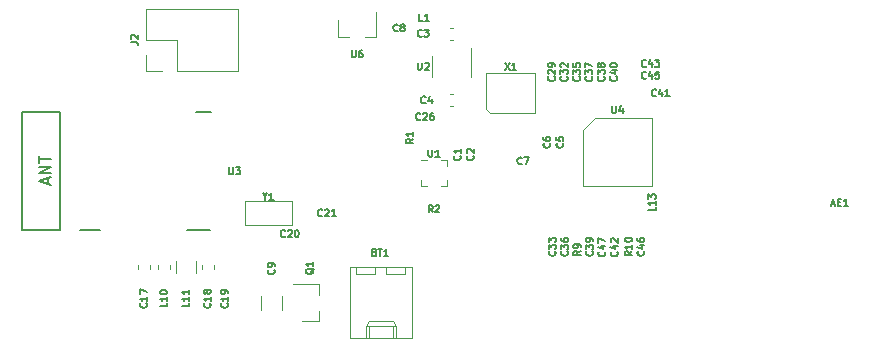
<source format=gto>
G04 #@! TF.GenerationSoftware,KiCad,Pcbnew,(5.1.4)-1*
G04 #@! TF.CreationDate,2019-11-11T11:41:27+05:30*
G04 #@! TF.ProjectId,senseEle_PCB_Antenna_rev1,73656e73-6545-46c6-955f-5043425f416e,rev?*
G04 #@! TF.SameCoordinates,Original*
G04 #@! TF.FileFunction,Legend,Top*
G04 #@! TF.FilePolarity,Positive*
%FSLAX46Y46*%
G04 Gerber Fmt 4.6, Leading zero omitted, Abs format (unit mm)*
G04 Created by KiCad (PCBNEW (5.1.4)-1) date 2019-11-11 11:41:27*
%MOMM*%
%LPD*%
G04 APERTURE LIST*
%ADD10C,0.120000*%
%ADD11C,0.150000*%
G04 APERTURE END LIST*
D10*
X25500000Y-27400000D02*
X25500000Y-29400000D01*
X29500000Y-27400000D02*
X25500000Y-27400000D01*
X29500000Y-29400000D02*
X29500000Y-27400000D01*
X25500000Y-29400000D02*
X29500000Y-29400000D01*
X46300000Y-19950000D02*
X50100000Y-19950000D01*
X45900000Y-19550000D02*
X46300000Y-19950000D01*
X45900000Y-16550000D02*
X45900000Y-19550000D01*
X50100000Y-16550000D02*
X45900000Y-16550000D01*
X50100000Y-19950000D02*
X50100000Y-16550000D01*
X33420000Y-13510000D02*
X33420000Y-12050000D01*
X36580000Y-13510000D02*
X36580000Y-11350000D01*
X36580000Y-13510000D02*
X35650000Y-13510000D01*
X33420000Y-13510000D02*
X34350000Y-13510000D01*
X55150000Y-20350000D02*
X54150000Y-21350000D01*
X59950000Y-20350000D02*
X55150000Y-20350000D01*
X59950000Y-26150000D02*
X59950000Y-20350000D01*
X54150000Y-26150000D02*
X59950000Y-26150000D01*
X54150000Y-21350000D02*
X54150000Y-26150000D01*
D11*
X6600400Y-19846200D02*
X9851600Y-19846200D01*
X22602400Y-19846200D02*
X21332400Y-19846200D01*
X22577000Y-29853800D02*
X20646600Y-29853800D01*
X6600400Y-29853800D02*
X9851600Y-29853800D01*
X13280600Y-29853800D02*
X11528000Y-29853800D01*
X6600000Y-29850000D02*
X6600000Y-19850000D01*
X9850000Y-19850000D02*
X9850000Y-29850000D01*
D10*
X31760000Y-37580000D02*
X30300000Y-37580000D01*
X31760000Y-34420000D02*
X29600000Y-34420000D01*
X31760000Y-34420000D02*
X31760000Y-35350000D01*
X31760000Y-37580000D02*
X31760000Y-36650000D01*
X21350000Y-33500000D02*
X21350000Y-32500000D01*
X19650000Y-32500000D02*
X19650000Y-33500000D01*
X18140000Y-32837221D02*
X18140000Y-33162779D01*
X19160000Y-32837221D02*
X19160000Y-33162779D01*
X21840000Y-32837221D02*
X21840000Y-33162779D01*
X22860000Y-32837221D02*
X22860000Y-33162779D01*
X16440000Y-32837221D02*
X16440000Y-33162779D01*
X17460000Y-32837221D02*
X17460000Y-33162779D01*
X28660000Y-36602064D02*
X28660000Y-35397936D01*
X26840000Y-36602064D02*
X26840000Y-35397936D01*
X42837221Y-19360000D02*
X43162779Y-19360000D01*
X42837221Y-18340000D02*
X43162779Y-18340000D01*
X42837221Y-13710000D02*
X43162779Y-13710000D01*
X42837221Y-12690000D02*
X43162779Y-12690000D01*
X34380000Y-32980000D02*
X34380000Y-38980000D01*
X34380000Y-38980000D02*
X39660000Y-38980000D01*
X39660000Y-38980000D02*
X39660000Y-32980000D01*
X39660000Y-32980000D02*
X34380000Y-32980000D01*
X35750000Y-38980000D02*
X35750000Y-37980000D01*
X35750000Y-37980000D02*
X38290000Y-37980000D01*
X38290000Y-37980000D02*
X38290000Y-38980000D01*
X35750000Y-37980000D02*
X36000000Y-37550000D01*
X36000000Y-37550000D02*
X38040000Y-37550000D01*
X38040000Y-37550000D02*
X38290000Y-37980000D01*
X36000000Y-38980000D02*
X36000000Y-37980000D01*
X38040000Y-38980000D02*
X38040000Y-37980000D01*
X34950000Y-32980000D02*
X34950000Y-33600000D01*
X34950000Y-33600000D02*
X36550000Y-33600000D01*
X36550000Y-33600000D02*
X36550000Y-32980000D01*
X37490000Y-32980000D02*
X37490000Y-33600000D01*
X37490000Y-33600000D02*
X39090000Y-33600000D01*
X39090000Y-33600000D02*
X39090000Y-32980000D01*
X41390000Y-15100000D02*
X41390000Y-16900000D01*
X44610000Y-16900000D02*
X44610000Y-14450000D01*
X24910000Y-16330000D02*
X24910000Y-11130000D01*
X19770000Y-16330000D02*
X24910000Y-16330000D01*
X17170000Y-11130000D02*
X24910000Y-11130000D01*
X19770000Y-16330000D02*
X19770000Y-13730000D01*
X19770000Y-13730000D02*
X17170000Y-13730000D01*
X17170000Y-13730000D02*
X17170000Y-11130000D01*
X18500000Y-16330000D02*
X17170000Y-16330000D01*
X17170000Y-16330000D02*
X17170000Y-15000000D01*
X42100000Y-23900000D02*
X42600000Y-23900000D01*
X42600000Y-23900000D02*
X42600000Y-24400000D01*
X42600000Y-24400000D02*
X42600000Y-24400000D01*
X42600000Y-25600000D02*
X42600000Y-26100000D01*
X42600000Y-26100000D02*
X42100000Y-26100000D01*
X42100000Y-26100000D02*
X42100000Y-26100000D01*
X40900000Y-26100000D02*
X40400000Y-26100000D01*
X40400000Y-26100000D02*
X40400000Y-25600000D01*
X40400000Y-25600000D02*
X40400000Y-25600000D01*
X40900000Y-23900000D02*
X40400000Y-23900000D01*
X40400000Y-23900000D02*
X40400000Y-23900000D01*
D11*
X51714285Y-16835714D02*
X51742857Y-16864285D01*
X51771428Y-16950000D01*
X51771428Y-17007142D01*
X51742857Y-17092857D01*
X51685714Y-17150000D01*
X51628571Y-17178571D01*
X51514285Y-17207142D01*
X51428571Y-17207142D01*
X51314285Y-17178571D01*
X51257142Y-17150000D01*
X51200000Y-17092857D01*
X51171428Y-17007142D01*
X51171428Y-16950000D01*
X51200000Y-16864285D01*
X51228571Y-16835714D01*
X51228571Y-16607142D02*
X51200000Y-16578571D01*
X51171428Y-16521428D01*
X51171428Y-16378571D01*
X51200000Y-16321428D01*
X51228571Y-16292857D01*
X51285714Y-16264285D01*
X51342857Y-16264285D01*
X51428571Y-16292857D01*
X51771428Y-16635714D01*
X51771428Y-16264285D01*
X51771428Y-15978571D02*
X51771428Y-15864285D01*
X51742857Y-15807142D01*
X51714285Y-15778571D01*
X51628571Y-15721428D01*
X51514285Y-15692857D01*
X51285714Y-15692857D01*
X51228571Y-15721428D01*
X51200000Y-15750000D01*
X51171428Y-15807142D01*
X51171428Y-15921428D01*
X51200000Y-15978571D01*
X51228571Y-16007142D01*
X51285714Y-16035714D01*
X51428571Y-16035714D01*
X51485714Y-16007142D01*
X51514285Y-15978571D01*
X51542857Y-15921428D01*
X51542857Y-15807142D01*
X51514285Y-15750000D01*
X51485714Y-15721428D01*
X51428571Y-15692857D01*
X55914285Y-16835714D02*
X55942857Y-16864285D01*
X55971428Y-16950000D01*
X55971428Y-17007142D01*
X55942857Y-17092857D01*
X55885714Y-17150000D01*
X55828571Y-17178571D01*
X55714285Y-17207142D01*
X55628571Y-17207142D01*
X55514285Y-17178571D01*
X55457142Y-17150000D01*
X55400000Y-17092857D01*
X55371428Y-17007142D01*
X55371428Y-16950000D01*
X55400000Y-16864285D01*
X55428571Y-16835714D01*
X55371428Y-16635714D02*
X55371428Y-16264285D01*
X55600000Y-16464285D01*
X55600000Y-16378571D01*
X55628571Y-16321428D01*
X55657142Y-16292857D01*
X55714285Y-16264285D01*
X55857142Y-16264285D01*
X55914285Y-16292857D01*
X55942857Y-16321428D01*
X55971428Y-16378571D01*
X55971428Y-16550000D01*
X55942857Y-16607142D01*
X55914285Y-16635714D01*
X55628571Y-15921428D02*
X55600000Y-15978571D01*
X55571428Y-16007142D01*
X55514285Y-16035714D01*
X55485714Y-16035714D01*
X55428571Y-16007142D01*
X55400000Y-15978571D01*
X55371428Y-15921428D01*
X55371428Y-15807142D01*
X55400000Y-15750000D01*
X55428571Y-15721428D01*
X55485714Y-15692857D01*
X55514285Y-15692857D01*
X55571428Y-15721428D01*
X55600000Y-15750000D01*
X55628571Y-15807142D01*
X55628571Y-15921428D01*
X55657142Y-15978571D01*
X55685714Y-16007142D01*
X55742857Y-16035714D01*
X55857142Y-16035714D01*
X55914285Y-16007142D01*
X55942857Y-15978571D01*
X55971428Y-15921428D01*
X55971428Y-15807142D01*
X55942857Y-15750000D01*
X55914285Y-15721428D01*
X55857142Y-15692857D01*
X55742857Y-15692857D01*
X55685714Y-15721428D01*
X55657142Y-15750000D01*
X55628571Y-15807142D01*
X54864285Y-16835714D02*
X54892857Y-16864285D01*
X54921428Y-16950000D01*
X54921428Y-17007142D01*
X54892857Y-17092857D01*
X54835714Y-17150000D01*
X54778571Y-17178571D01*
X54664285Y-17207142D01*
X54578571Y-17207142D01*
X54464285Y-17178571D01*
X54407142Y-17150000D01*
X54350000Y-17092857D01*
X54321428Y-17007142D01*
X54321428Y-16950000D01*
X54350000Y-16864285D01*
X54378571Y-16835714D01*
X54321428Y-16635714D02*
X54321428Y-16264285D01*
X54550000Y-16464285D01*
X54550000Y-16378571D01*
X54578571Y-16321428D01*
X54607142Y-16292857D01*
X54664285Y-16264285D01*
X54807142Y-16264285D01*
X54864285Y-16292857D01*
X54892857Y-16321428D01*
X54921428Y-16378571D01*
X54921428Y-16550000D01*
X54892857Y-16607142D01*
X54864285Y-16635714D01*
X54321428Y-16064285D02*
X54321428Y-15664285D01*
X54921428Y-15921428D01*
X52764285Y-16835714D02*
X52792857Y-16864285D01*
X52821428Y-16950000D01*
X52821428Y-17007142D01*
X52792857Y-17092857D01*
X52735714Y-17150000D01*
X52678571Y-17178571D01*
X52564285Y-17207142D01*
X52478571Y-17207142D01*
X52364285Y-17178571D01*
X52307142Y-17150000D01*
X52250000Y-17092857D01*
X52221428Y-17007142D01*
X52221428Y-16950000D01*
X52250000Y-16864285D01*
X52278571Y-16835714D01*
X52221428Y-16635714D02*
X52221428Y-16264285D01*
X52450000Y-16464285D01*
X52450000Y-16378571D01*
X52478571Y-16321428D01*
X52507142Y-16292857D01*
X52564285Y-16264285D01*
X52707142Y-16264285D01*
X52764285Y-16292857D01*
X52792857Y-16321428D01*
X52821428Y-16378571D01*
X52821428Y-16550000D01*
X52792857Y-16607142D01*
X52764285Y-16635714D01*
X52278571Y-16035714D02*
X52250000Y-16007142D01*
X52221428Y-15950000D01*
X52221428Y-15807142D01*
X52250000Y-15750000D01*
X52278571Y-15721428D01*
X52335714Y-15692857D01*
X52392857Y-15692857D01*
X52478571Y-15721428D01*
X52821428Y-16064285D01*
X52821428Y-15692857D01*
X53814285Y-16835714D02*
X53842857Y-16864285D01*
X53871428Y-16950000D01*
X53871428Y-17007142D01*
X53842857Y-17092857D01*
X53785714Y-17150000D01*
X53728571Y-17178571D01*
X53614285Y-17207142D01*
X53528571Y-17207142D01*
X53414285Y-17178571D01*
X53357142Y-17150000D01*
X53300000Y-17092857D01*
X53271428Y-17007142D01*
X53271428Y-16950000D01*
X53300000Y-16864285D01*
X53328571Y-16835714D01*
X53271428Y-16635714D02*
X53271428Y-16264285D01*
X53500000Y-16464285D01*
X53500000Y-16378571D01*
X53528571Y-16321428D01*
X53557142Y-16292857D01*
X53614285Y-16264285D01*
X53757142Y-16264285D01*
X53814285Y-16292857D01*
X53842857Y-16321428D01*
X53871428Y-16378571D01*
X53871428Y-16550000D01*
X53842857Y-16607142D01*
X53814285Y-16635714D01*
X53271428Y-15721428D02*
X53271428Y-16007142D01*
X53557142Y-16035714D01*
X53528571Y-16007142D01*
X53500000Y-15950000D01*
X53500000Y-15807142D01*
X53528571Y-15750000D01*
X53557142Y-15721428D01*
X53614285Y-15692857D01*
X53757142Y-15692857D01*
X53814285Y-15721428D01*
X53842857Y-15750000D01*
X53871428Y-15807142D01*
X53871428Y-15950000D01*
X53842857Y-16007142D01*
X53814285Y-16035714D01*
X27214285Y-26985714D02*
X27214285Y-27271428D01*
X27014285Y-26671428D02*
X27214285Y-26985714D01*
X27414285Y-26671428D01*
X27928571Y-27271428D02*
X27585714Y-27271428D01*
X27757142Y-27271428D02*
X27757142Y-26671428D01*
X27700000Y-26757142D01*
X27642857Y-26814285D01*
X27585714Y-26842857D01*
X47514285Y-15721428D02*
X47914285Y-16321428D01*
X47914285Y-15721428D02*
X47514285Y-16321428D01*
X48457142Y-16321428D02*
X48114285Y-16321428D01*
X48285714Y-16321428D02*
X48285714Y-15721428D01*
X48228571Y-15807142D01*
X48171428Y-15864285D01*
X48114285Y-15892857D01*
X34542857Y-14621428D02*
X34542857Y-15107142D01*
X34571428Y-15164285D01*
X34600000Y-15192857D01*
X34657142Y-15221428D01*
X34771428Y-15221428D01*
X34828571Y-15192857D01*
X34857142Y-15164285D01*
X34885714Y-15107142D01*
X34885714Y-14621428D01*
X35428571Y-14621428D02*
X35314285Y-14621428D01*
X35257142Y-14650000D01*
X35228571Y-14678571D01*
X35171428Y-14764285D01*
X35142857Y-14878571D01*
X35142857Y-15107142D01*
X35171428Y-15164285D01*
X35200000Y-15192857D01*
X35257142Y-15221428D01*
X35371428Y-15221428D01*
X35428571Y-15192857D01*
X35457142Y-15164285D01*
X35485714Y-15107142D01*
X35485714Y-14964285D01*
X35457142Y-14907142D01*
X35428571Y-14878571D01*
X35371428Y-14850000D01*
X35257142Y-14850000D01*
X35200000Y-14878571D01*
X35171428Y-14907142D01*
X35142857Y-14964285D01*
X56592857Y-19321428D02*
X56592857Y-19807142D01*
X56621428Y-19864285D01*
X56650000Y-19892857D01*
X56707142Y-19921428D01*
X56821428Y-19921428D01*
X56878571Y-19892857D01*
X56907142Y-19864285D01*
X56935714Y-19807142D01*
X56935714Y-19321428D01*
X57478571Y-19521428D02*
X57478571Y-19921428D01*
X57335714Y-19292857D02*
X57192857Y-19721428D01*
X57564285Y-19721428D01*
X24142857Y-24521428D02*
X24142857Y-25007142D01*
X24171428Y-25064285D01*
X24200000Y-25092857D01*
X24257142Y-25121428D01*
X24371428Y-25121428D01*
X24428571Y-25092857D01*
X24457142Y-25064285D01*
X24485714Y-25007142D01*
X24485714Y-24521428D01*
X24714285Y-24521428D02*
X25085714Y-24521428D01*
X24885714Y-24750000D01*
X24971428Y-24750000D01*
X25028571Y-24778571D01*
X25057142Y-24807142D01*
X25085714Y-24864285D01*
X25085714Y-25007142D01*
X25057142Y-25064285D01*
X25028571Y-25092857D01*
X24971428Y-25121428D01*
X24800000Y-25121428D01*
X24742857Y-25092857D01*
X24714285Y-25064285D01*
X8816666Y-25942857D02*
X8816666Y-25466666D01*
X9102380Y-26038095D02*
X8102380Y-25704761D01*
X9102380Y-25371428D01*
X9102380Y-25038095D02*
X8102380Y-25038095D01*
X9102380Y-24466666D01*
X8102380Y-24466666D01*
X8102380Y-24133333D02*
X8102380Y-23561904D01*
X9102380Y-23847619D02*
X8102380Y-23847619D01*
X58271428Y-31635714D02*
X57985714Y-31835714D01*
X58271428Y-31978571D02*
X57671428Y-31978571D01*
X57671428Y-31750000D01*
X57700000Y-31692857D01*
X57728571Y-31664285D01*
X57785714Y-31635714D01*
X57871428Y-31635714D01*
X57928571Y-31664285D01*
X57957142Y-31692857D01*
X57985714Y-31750000D01*
X57985714Y-31978571D01*
X58271428Y-31064285D02*
X58271428Y-31407142D01*
X58271428Y-31235714D02*
X57671428Y-31235714D01*
X57757142Y-31292857D01*
X57814285Y-31350000D01*
X57842857Y-31407142D01*
X57671428Y-30692857D02*
X57671428Y-30635714D01*
X57700000Y-30578571D01*
X57728571Y-30550000D01*
X57785714Y-30521428D01*
X57900000Y-30492857D01*
X58042857Y-30492857D01*
X58157142Y-30521428D01*
X58214285Y-30550000D01*
X58242857Y-30578571D01*
X58271428Y-30635714D01*
X58271428Y-30692857D01*
X58242857Y-30750000D01*
X58214285Y-30778571D01*
X58157142Y-30807142D01*
X58042857Y-30835714D01*
X57900000Y-30835714D01*
X57785714Y-30807142D01*
X57728571Y-30778571D01*
X57700000Y-30750000D01*
X57671428Y-30692857D01*
X53921428Y-31600000D02*
X53635714Y-31800000D01*
X53921428Y-31942857D02*
X53321428Y-31942857D01*
X53321428Y-31714285D01*
X53350000Y-31657142D01*
X53378571Y-31628571D01*
X53435714Y-31600000D01*
X53521428Y-31600000D01*
X53578571Y-31628571D01*
X53607142Y-31657142D01*
X53635714Y-31714285D01*
X53635714Y-31942857D01*
X53921428Y-31314285D02*
X53921428Y-31200000D01*
X53892857Y-31142857D01*
X53864285Y-31114285D01*
X53778571Y-31057142D01*
X53664285Y-31028571D01*
X53435714Y-31028571D01*
X53378571Y-31057142D01*
X53350000Y-31085714D01*
X53321428Y-31142857D01*
X53321428Y-31257142D01*
X53350000Y-31314285D01*
X53378571Y-31342857D01*
X53435714Y-31371428D01*
X53578571Y-31371428D01*
X53635714Y-31342857D01*
X53664285Y-31314285D01*
X53692857Y-31257142D01*
X53692857Y-31142857D01*
X53664285Y-31085714D01*
X53635714Y-31057142D01*
X53578571Y-31028571D01*
X41400000Y-28341428D02*
X41200000Y-28055714D01*
X41057142Y-28341428D02*
X41057142Y-27741428D01*
X41285714Y-27741428D01*
X41342857Y-27770000D01*
X41371428Y-27798571D01*
X41400000Y-27855714D01*
X41400000Y-27941428D01*
X41371428Y-27998571D01*
X41342857Y-28027142D01*
X41285714Y-28055714D01*
X41057142Y-28055714D01*
X41628571Y-27798571D02*
X41657142Y-27770000D01*
X41714285Y-27741428D01*
X41857142Y-27741428D01*
X41914285Y-27770000D01*
X41942857Y-27798571D01*
X41971428Y-27855714D01*
X41971428Y-27912857D01*
X41942857Y-27998571D01*
X41600000Y-28341428D01*
X41971428Y-28341428D01*
X39771428Y-22100000D02*
X39485714Y-22300000D01*
X39771428Y-22442857D02*
X39171428Y-22442857D01*
X39171428Y-22214285D01*
X39200000Y-22157142D01*
X39228571Y-22128571D01*
X39285714Y-22100000D01*
X39371428Y-22100000D01*
X39428571Y-22128571D01*
X39457142Y-22157142D01*
X39485714Y-22214285D01*
X39485714Y-22442857D01*
X39771428Y-21528571D02*
X39771428Y-21871428D01*
X39771428Y-21700000D02*
X39171428Y-21700000D01*
X39257142Y-21757142D01*
X39314285Y-21814285D01*
X39342857Y-21871428D01*
X31328571Y-33107142D02*
X31300000Y-33164285D01*
X31242857Y-33221428D01*
X31157142Y-33307142D01*
X31128571Y-33364285D01*
X31128571Y-33421428D01*
X31271428Y-33392857D02*
X31242857Y-33450000D01*
X31185714Y-33507142D01*
X31071428Y-33535714D01*
X30871428Y-33535714D01*
X30757142Y-33507142D01*
X30700000Y-33450000D01*
X30671428Y-33392857D01*
X30671428Y-33278571D01*
X30700000Y-33221428D01*
X30757142Y-33164285D01*
X30871428Y-33135714D01*
X31071428Y-33135714D01*
X31185714Y-33164285D01*
X31242857Y-33221428D01*
X31271428Y-33278571D01*
X31271428Y-33392857D01*
X31271428Y-32564285D02*
X31271428Y-32907142D01*
X31271428Y-32735714D02*
X30671428Y-32735714D01*
X30757142Y-32792857D01*
X30814285Y-32850000D01*
X30842857Y-32907142D01*
X20771428Y-35985714D02*
X20771428Y-36271428D01*
X20171428Y-36271428D01*
X20771428Y-35471428D02*
X20771428Y-35814285D01*
X20771428Y-35642857D02*
X20171428Y-35642857D01*
X20257142Y-35700000D01*
X20314285Y-35757142D01*
X20342857Y-35814285D01*
X20771428Y-34900000D02*
X20771428Y-35242857D01*
X20771428Y-35071428D02*
X20171428Y-35071428D01*
X20257142Y-35128571D01*
X20314285Y-35185714D01*
X20342857Y-35242857D01*
X18921428Y-35985714D02*
X18921428Y-36271428D01*
X18321428Y-36271428D01*
X18921428Y-35471428D02*
X18921428Y-35814285D01*
X18921428Y-35642857D02*
X18321428Y-35642857D01*
X18407142Y-35700000D01*
X18464285Y-35757142D01*
X18492857Y-35814285D01*
X18321428Y-35100000D02*
X18321428Y-35042857D01*
X18350000Y-34985714D01*
X18378571Y-34957142D01*
X18435714Y-34928571D01*
X18550000Y-34900000D01*
X18692857Y-34900000D01*
X18807142Y-34928571D01*
X18864285Y-34957142D01*
X18892857Y-34985714D01*
X18921428Y-35042857D01*
X18921428Y-35100000D01*
X18892857Y-35157142D01*
X18864285Y-35185714D01*
X18807142Y-35214285D01*
X18692857Y-35242857D01*
X18550000Y-35242857D01*
X18435714Y-35214285D01*
X18378571Y-35185714D01*
X18350000Y-35157142D01*
X18321428Y-35100000D01*
X55964285Y-31685714D02*
X55992857Y-31714285D01*
X56021428Y-31800000D01*
X56021428Y-31857142D01*
X55992857Y-31942857D01*
X55935714Y-32000000D01*
X55878571Y-32028571D01*
X55764285Y-32057142D01*
X55678571Y-32057142D01*
X55564285Y-32028571D01*
X55507142Y-32000000D01*
X55450000Y-31942857D01*
X55421428Y-31857142D01*
X55421428Y-31800000D01*
X55450000Y-31714285D01*
X55478571Y-31685714D01*
X55621428Y-31171428D02*
X56021428Y-31171428D01*
X55392857Y-31314285D02*
X55821428Y-31457142D01*
X55821428Y-31085714D01*
X55421428Y-30914285D02*
X55421428Y-30514285D01*
X56021428Y-30771428D01*
X59264285Y-31635714D02*
X59292857Y-31664285D01*
X59321428Y-31750000D01*
X59321428Y-31807142D01*
X59292857Y-31892857D01*
X59235714Y-31950000D01*
X59178571Y-31978571D01*
X59064285Y-32007142D01*
X58978571Y-32007142D01*
X58864285Y-31978571D01*
X58807142Y-31950000D01*
X58750000Y-31892857D01*
X58721428Y-31807142D01*
X58721428Y-31750000D01*
X58750000Y-31664285D01*
X58778571Y-31635714D01*
X58921428Y-31121428D02*
X59321428Y-31121428D01*
X58692857Y-31264285D02*
X59121428Y-31407142D01*
X59121428Y-31035714D01*
X58721428Y-30550000D02*
X58721428Y-30664285D01*
X58750000Y-30721428D01*
X58778571Y-30750000D01*
X58864285Y-30807142D01*
X58978571Y-30835714D01*
X59207142Y-30835714D01*
X59264285Y-30807142D01*
X59292857Y-30778571D01*
X59321428Y-30721428D01*
X59321428Y-30607142D01*
X59292857Y-30550000D01*
X59264285Y-30521428D01*
X59207142Y-30492857D01*
X59064285Y-30492857D01*
X59007142Y-30521428D01*
X58978571Y-30550000D01*
X58950000Y-30607142D01*
X58950000Y-30721428D01*
X58978571Y-30778571D01*
X59007142Y-30807142D01*
X59064285Y-30835714D01*
X59464285Y-16964285D02*
X59435714Y-16992857D01*
X59350000Y-17021428D01*
X59292857Y-17021428D01*
X59207142Y-16992857D01*
X59150000Y-16935714D01*
X59121428Y-16878571D01*
X59092857Y-16764285D01*
X59092857Y-16678571D01*
X59121428Y-16564285D01*
X59150000Y-16507142D01*
X59207142Y-16450000D01*
X59292857Y-16421428D01*
X59350000Y-16421428D01*
X59435714Y-16450000D01*
X59464285Y-16478571D01*
X59978571Y-16621428D02*
X59978571Y-17021428D01*
X59835714Y-16392857D02*
X59692857Y-16821428D01*
X60064285Y-16821428D01*
X60578571Y-16421428D02*
X60292857Y-16421428D01*
X60264285Y-16707142D01*
X60292857Y-16678571D01*
X60350000Y-16650000D01*
X60492857Y-16650000D01*
X60550000Y-16678571D01*
X60578571Y-16707142D01*
X60607142Y-16764285D01*
X60607142Y-16907142D01*
X60578571Y-16964285D01*
X60550000Y-16992857D01*
X60492857Y-17021428D01*
X60350000Y-17021428D01*
X60292857Y-16992857D01*
X60264285Y-16964285D01*
X59464285Y-15964285D02*
X59435714Y-15992857D01*
X59350000Y-16021428D01*
X59292857Y-16021428D01*
X59207142Y-15992857D01*
X59150000Y-15935714D01*
X59121428Y-15878571D01*
X59092857Y-15764285D01*
X59092857Y-15678571D01*
X59121428Y-15564285D01*
X59150000Y-15507142D01*
X59207142Y-15450000D01*
X59292857Y-15421428D01*
X59350000Y-15421428D01*
X59435714Y-15450000D01*
X59464285Y-15478571D01*
X59978571Y-15621428D02*
X59978571Y-16021428D01*
X59835714Y-15392857D02*
X59692857Y-15821428D01*
X60064285Y-15821428D01*
X60235714Y-15421428D02*
X60607142Y-15421428D01*
X60407142Y-15650000D01*
X60492857Y-15650000D01*
X60550000Y-15678571D01*
X60578571Y-15707142D01*
X60607142Y-15764285D01*
X60607142Y-15907142D01*
X60578571Y-15964285D01*
X60550000Y-15992857D01*
X60492857Y-16021428D01*
X60321428Y-16021428D01*
X60264285Y-15992857D01*
X60235714Y-15964285D01*
X57014285Y-31685714D02*
X57042857Y-31714285D01*
X57071428Y-31800000D01*
X57071428Y-31857142D01*
X57042857Y-31942857D01*
X56985714Y-32000000D01*
X56928571Y-32028571D01*
X56814285Y-32057142D01*
X56728571Y-32057142D01*
X56614285Y-32028571D01*
X56557142Y-32000000D01*
X56500000Y-31942857D01*
X56471428Y-31857142D01*
X56471428Y-31800000D01*
X56500000Y-31714285D01*
X56528571Y-31685714D01*
X56671428Y-31171428D02*
X57071428Y-31171428D01*
X56442857Y-31314285D02*
X56871428Y-31457142D01*
X56871428Y-31085714D01*
X56528571Y-30885714D02*
X56500000Y-30857142D01*
X56471428Y-30800000D01*
X56471428Y-30657142D01*
X56500000Y-30600000D01*
X56528571Y-30571428D01*
X56585714Y-30542857D01*
X56642857Y-30542857D01*
X56728571Y-30571428D01*
X57071428Y-30914285D01*
X57071428Y-30542857D01*
X60314285Y-18464285D02*
X60285714Y-18492857D01*
X60200000Y-18521428D01*
X60142857Y-18521428D01*
X60057142Y-18492857D01*
X60000000Y-18435714D01*
X59971428Y-18378571D01*
X59942857Y-18264285D01*
X59942857Y-18178571D01*
X59971428Y-18064285D01*
X60000000Y-18007142D01*
X60057142Y-17950000D01*
X60142857Y-17921428D01*
X60200000Y-17921428D01*
X60285714Y-17950000D01*
X60314285Y-17978571D01*
X60828571Y-18121428D02*
X60828571Y-18521428D01*
X60685714Y-17892857D02*
X60542857Y-18321428D01*
X60914285Y-18321428D01*
X61457142Y-18521428D02*
X61114285Y-18521428D01*
X61285714Y-18521428D02*
X61285714Y-17921428D01*
X61228571Y-18007142D01*
X61171428Y-18064285D01*
X61114285Y-18092857D01*
X56964285Y-16835714D02*
X56992857Y-16864285D01*
X57021428Y-16950000D01*
X57021428Y-17007142D01*
X56992857Y-17092857D01*
X56935714Y-17150000D01*
X56878571Y-17178571D01*
X56764285Y-17207142D01*
X56678571Y-17207142D01*
X56564285Y-17178571D01*
X56507142Y-17150000D01*
X56450000Y-17092857D01*
X56421428Y-17007142D01*
X56421428Y-16950000D01*
X56450000Y-16864285D01*
X56478571Y-16835714D01*
X56621428Y-16321428D02*
X57021428Y-16321428D01*
X56392857Y-16464285D02*
X56821428Y-16607142D01*
X56821428Y-16235714D01*
X56421428Y-15892857D02*
X56421428Y-15835714D01*
X56450000Y-15778571D01*
X56478571Y-15750000D01*
X56535714Y-15721428D01*
X56650000Y-15692857D01*
X56792857Y-15692857D01*
X56907142Y-15721428D01*
X56964285Y-15750000D01*
X56992857Y-15778571D01*
X57021428Y-15835714D01*
X57021428Y-15892857D01*
X56992857Y-15950000D01*
X56964285Y-15978571D01*
X56907142Y-16007142D01*
X56792857Y-16035714D01*
X56650000Y-16035714D01*
X56535714Y-16007142D01*
X56478571Y-15978571D01*
X56450000Y-15950000D01*
X56421428Y-15892857D01*
X54914285Y-31635714D02*
X54942857Y-31664285D01*
X54971428Y-31750000D01*
X54971428Y-31807142D01*
X54942857Y-31892857D01*
X54885714Y-31950000D01*
X54828571Y-31978571D01*
X54714285Y-32007142D01*
X54628571Y-32007142D01*
X54514285Y-31978571D01*
X54457142Y-31950000D01*
X54400000Y-31892857D01*
X54371428Y-31807142D01*
X54371428Y-31750000D01*
X54400000Y-31664285D01*
X54428571Y-31635714D01*
X54371428Y-31435714D02*
X54371428Y-31064285D01*
X54600000Y-31264285D01*
X54600000Y-31178571D01*
X54628571Y-31121428D01*
X54657142Y-31092857D01*
X54714285Y-31064285D01*
X54857142Y-31064285D01*
X54914285Y-31092857D01*
X54942857Y-31121428D01*
X54971428Y-31178571D01*
X54971428Y-31350000D01*
X54942857Y-31407142D01*
X54914285Y-31435714D01*
X54971428Y-30778571D02*
X54971428Y-30664285D01*
X54942857Y-30607142D01*
X54914285Y-30578571D01*
X54828571Y-30521428D01*
X54714285Y-30492857D01*
X54485714Y-30492857D01*
X54428571Y-30521428D01*
X54400000Y-30550000D01*
X54371428Y-30607142D01*
X54371428Y-30721428D01*
X54400000Y-30778571D01*
X54428571Y-30807142D01*
X54485714Y-30835714D01*
X54628571Y-30835714D01*
X54685714Y-30807142D01*
X54714285Y-30778571D01*
X54742857Y-30721428D01*
X54742857Y-30607142D01*
X54714285Y-30550000D01*
X54685714Y-30521428D01*
X54628571Y-30492857D01*
X52814285Y-31635714D02*
X52842857Y-31664285D01*
X52871428Y-31750000D01*
X52871428Y-31807142D01*
X52842857Y-31892857D01*
X52785714Y-31950000D01*
X52728571Y-31978571D01*
X52614285Y-32007142D01*
X52528571Y-32007142D01*
X52414285Y-31978571D01*
X52357142Y-31950000D01*
X52300000Y-31892857D01*
X52271428Y-31807142D01*
X52271428Y-31750000D01*
X52300000Y-31664285D01*
X52328571Y-31635714D01*
X52271428Y-31435714D02*
X52271428Y-31064285D01*
X52500000Y-31264285D01*
X52500000Y-31178571D01*
X52528571Y-31121428D01*
X52557142Y-31092857D01*
X52614285Y-31064285D01*
X52757142Y-31064285D01*
X52814285Y-31092857D01*
X52842857Y-31121428D01*
X52871428Y-31178571D01*
X52871428Y-31350000D01*
X52842857Y-31407142D01*
X52814285Y-31435714D01*
X52271428Y-30550000D02*
X52271428Y-30664285D01*
X52300000Y-30721428D01*
X52328571Y-30750000D01*
X52414285Y-30807142D01*
X52528571Y-30835714D01*
X52757142Y-30835714D01*
X52814285Y-30807142D01*
X52842857Y-30778571D01*
X52871428Y-30721428D01*
X52871428Y-30607142D01*
X52842857Y-30550000D01*
X52814285Y-30521428D01*
X52757142Y-30492857D01*
X52614285Y-30492857D01*
X52557142Y-30521428D01*
X52528571Y-30550000D01*
X52500000Y-30607142D01*
X52500000Y-30721428D01*
X52528571Y-30778571D01*
X52557142Y-30807142D01*
X52614285Y-30835714D01*
X51764285Y-31635714D02*
X51792857Y-31664285D01*
X51821428Y-31750000D01*
X51821428Y-31807142D01*
X51792857Y-31892857D01*
X51735714Y-31950000D01*
X51678571Y-31978571D01*
X51564285Y-32007142D01*
X51478571Y-32007142D01*
X51364285Y-31978571D01*
X51307142Y-31950000D01*
X51250000Y-31892857D01*
X51221428Y-31807142D01*
X51221428Y-31750000D01*
X51250000Y-31664285D01*
X51278571Y-31635714D01*
X51221428Y-31435714D02*
X51221428Y-31064285D01*
X51450000Y-31264285D01*
X51450000Y-31178571D01*
X51478571Y-31121428D01*
X51507142Y-31092857D01*
X51564285Y-31064285D01*
X51707142Y-31064285D01*
X51764285Y-31092857D01*
X51792857Y-31121428D01*
X51821428Y-31178571D01*
X51821428Y-31350000D01*
X51792857Y-31407142D01*
X51764285Y-31435714D01*
X51221428Y-30864285D02*
X51221428Y-30492857D01*
X51450000Y-30692857D01*
X51450000Y-30607142D01*
X51478571Y-30550000D01*
X51507142Y-30521428D01*
X51564285Y-30492857D01*
X51707142Y-30492857D01*
X51764285Y-30521428D01*
X51792857Y-30550000D01*
X51821428Y-30607142D01*
X51821428Y-30778571D01*
X51792857Y-30835714D01*
X51764285Y-30864285D01*
X40364285Y-20464285D02*
X40335714Y-20492857D01*
X40250000Y-20521428D01*
X40192857Y-20521428D01*
X40107142Y-20492857D01*
X40050000Y-20435714D01*
X40021428Y-20378571D01*
X39992857Y-20264285D01*
X39992857Y-20178571D01*
X40021428Y-20064285D01*
X40050000Y-20007142D01*
X40107142Y-19950000D01*
X40192857Y-19921428D01*
X40250000Y-19921428D01*
X40335714Y-19950000D01*
X40364285Y-19978571D01*
X40592857Y-19978571D02*
X40621428Y-19950000D01*
X40678571Y-19921428D01*
X40821428Y-19921428D01*
X40878571Y-19950000D01*
X40907142Y-19978571D01*
X40935714Y-20035714D01*
X40935714Y-20092857D01*
X40907142Y-20178571D01*
X40564285Y-20521428D01*
X40935714Y-20521428D01*
X41450000Y-19921428D02*
X41335714Y-19921428D01*
X41278571Y-19950000D01*
X41250000Y-19978571D01*
X41192857Y-20064285D01*
X41164285Y-20178571D01*
X41164285Y-20407142D01*
X41192857Y-20464285D01*
X41221428Y-20492857D01*
X41278571Y-20521428D01*
X41392857Y-20521428D01*
X41450000Y-20492857D01*
X41478571Y-20464285D01*
X41507142Y-20407142D01*
X41507142Y-20264285D01*
X41478571Y-20207142D01*
X41450000Y-20178571D01*
X41392857Y-20150000D01*
X41278571Y-20150000D01*
X41221428Y-20178571D01*
X41192857Y-20207142D01*
X41164285Y-20264285D01*
X32064285Y-28614285D02*
X32035714Y-28642857D01*
X31950000Y-28671428D01*
X31892857Y-28671428D01*
X31807142Y-28642857D01*
X31750000Y-28585714D01*
X31721428Y-28528571D01*
X31692857Y-28414285D01*
X31692857Y-28328571D01*
X31721428Y-28214285D01*
X31750000Y-28157142D01*
X31807142Y-28100000D01*
X31892857Y-28071428D01*
X31950000Y-28071428D01*
X32035714Y-28100000D01*
X32064285Y-28128571D01*
X32292857Y-28128571D02*
X32321428Y-28100000D01*
X32378571Y-28071428D01*
X32521428Y-28071428D01*
X32578571Y-28100000D01*
X32607142Y-28128571D01*
X32635714Y-28185714D01*
X32635714Y-28242857D01*
X32607142Y-28328571D01*
X32264285Y-28671428D01*
X32635714Y-28671428D01*
X33207142Y-28671428D02*
X32864285Y-28671428D01*
X33035714Y-28671428D02*
X33035714Y-28071428D01*
X32978571Y-28157142D01*
X32921428Y-28214285D01*
X32864285Y-28242857D01*
X28914285Y-30364285D02*
X28885714Y-30392857D01*
X28800000Y-30421428D01*
X28742857Y-30421428D01*
X28657142Y-30392857D01*
X28600000Y-30335714D01*
X28571428Y-30278571D01*
X28542857Y-30164285D01*
X28542857Y-30078571D01*
X28571428Y-29964285D01*
X28600000Y-29907142D01*
X28657142Y-29850000D01*
X28742857Y-29821428D01*
X28800000Y-29821428D01*
X28885714Y-29850000D01*
X28914285Y-29878571D01*
X29142857Y-29878571D02*
X29171428Y-29850000D01*
X29228571Y-29821428D01*
X29371428Y-29821428D01*
X29428571Y-29850000D01*
X29457142Y-29878571D01*
X29485714Y-29935714D01*
X29485714Y-29992857D01*
X29457142Y-30078571D01*
X29114285Y-30421428D01*
X29485714Y-30421428D01*
X29857142Y-29821428D02*
X29914285Y-29821428D01*
X29971428Y-29850000D01*
X30000000Y-29878571D01*
X30028571Y-29935714D01*
X30057142Y-30050000D01*
X30057142Y-30192857D01*
X30028571Y-30307142D01*
X30000000Y-30364285D01*
X29971428Y-30392857D01*
X29914285Y-30421428D01*
X29857142Y-30421428D01*
X29800000Y-30392857D01*
X29771428Y-30364285D01*
X29742857Y-30307142D01*
X29714285Y-30192857D01*
X29714285Y-30050000D01*
X29742857Y-29935714D01*
X29771428Y-29878571D01*
X29800000Y-29850000D01*
X29857142Y-29821428D01*
X24014285Y-36035714D02*
X24042857Y-36064285D01*
X24071428Y-36150000D01*
X24071428Y-36207142D01*
X24042857Y-36292857D01*
X23985714Y-36350000D01*
X23928571Y-36378571D01*
X23814285Y-36407142D01*
X23728571Y-36407142D01*
X23614285Y-36378571D01*
X23557142Y-36350000D01*
X23500000Y-36292857D01*
X23471428Y-36207142D01*
X23471428Y-36150000D01*
X23500000Y-36064285D01*
X23528571Y-36035714D01*
X24071428Y-35464285D02*
X24071428Y-35807142D01*
X24071428Y-35635714D02*
X23471428Y-35635714D01*
X23557142Y-35692857D01*
X23614285Y-35750000D01*
X23642857Y-35807142D01*
X24071428Y-35178571D02*
X24071428Y-35064285D01*
X24042857Y-35007142D01*
X24014285Y-34978571D01*
X23928571Y-34921428D01*
X23814285Y-34892857D01*
X23585714Y-34892857D01*
X23528571Y-34921428D01*
X23500000Y-34950000D01*
X23471428Y-35007142D01*
X23471428Y-35121428D01*
X23500000Y-35178571D01*
X23528571Y-35207142D01*
X23585714Y-35235714D01*
X23728571Y-35235714D01*
X23785714Y-35207142D01*
X23814285Y-35178571D01*
X23842857Y-35121428D01*
X23842857Y-35007142D01*
X23814285Y-34950000D01*
X23785714Y-34921428D01*
X23728571Y-34892857D01*
X22564285Y-36035714D02*
X22592857Y-36064285D01*
X22621428Y-36150000D01*
X22621428Y-36207142D01*
X22592857Y-36292857D01*
X22535714Y-36350000D01*
X22478571Y-36378571D01*
X22364285Y-36407142D01*
X22278571Y-36407142D01*
X22164285Y-36378571D01*
X22107142Y-36350000D01*
X22050000Y-36292857D01*
X22021428Y-36207142D01*
X22021428Y-36150000D01*
X22050000Y-36064285D01*
X22078571Y-36035714D01*
X22621428Y-35464285D02*
X22621428Y-35807142D01*
X22621428Y-35635714D02*
X22021428Y-35635714D01*
X22107142Y-35692857D01*
X22164285Y-35750000D01*
X22192857Y-35807142D01*
X22278571Y-35121428D02*
X22250000Y-35178571D01*
X22221428Y-35207142D01*
X22164285Y-35235714D01*
X22135714Y-35235714D01*
X22078571Y-35207142D01*
X22050000Y-35178571D01*
X22021428Y-35121428D01*
X22021428Y-35007142D01*
X22050000Y-34950000D01*
X22078571Y-34921428D01*
X22135714Y-34892857D01*
X22164285Y-34892857D01*
X22221428Y-34921428D01*
X22250000Y-34950000D01*
X22278571Y-35007142D01*
X22278571Y-35121428D01*
X22307142Y-35178571D01*
X22335714Y-35207142D01*
X22392857Y-35235714D01*
X22507142Y-35235714D01*
X22564285Y-35207142D01*
X22592857Y-35178571D01*
X22621428Y-35121428D01*
X22621428Y-35007142D01*
X22592857Y-34950000D01*
X22564285Y-34921428D01*
X22507142Y-34892857D01*
X22392857Y-34892857D01*
X22335714Y-34921428D01*
X22307142Y-34950000D01*
X22278571Y-35007142D01*
X17164285Y-36035714D02*
X17192857Y-36064285D01*
X17221428Y-36150000D01*
X17221428Y-36207142D01*
X17192857Y-36292857D01*
X17135714Y-36350000D01*
X17078571Y-36378571D01*
X16964285Y-36407142D01*
X16878571Y-36407142D01*
X16764285Y-36378571D01*
X16707142Y-36350000D01*
X16650000Y-36292857D01*
X16621428Y-36207142D01*
X16621428Y-36150000D01*
X16650000Y-36064285D01*
X16678571Y-36035714D01*
X17221428Y-35464285D02*
X17221428Y-35807142D01*
X17221428Y-35635714D02*
X16621428Y-35635714D01*
X16707142Y-35692857D01*
X16764285Y-35750000D01*
X16792857Y-35807142D01*
X16621428Y-35264285D02*
X16621428Y-34864285D01*
X17221428Y-35121428D01*
X27964285Y-33200000D02*
X27992857Y-33228571D01*
X28021428Y-33314285D01*
X28021428Y-33371428D01*
X27992857Y-33457142D01*
X27935714Y-33514285D01*
X27878571Y-33542857D01*
X27764285Y-33571428D01*
X27678571Y-33571428D01*
X27564285Y-33542857D01*
X27507142Y-33514285D01*
X27450000Y-33457142D01*
X27421428Y-33371428D01*
X27421428Y-33314285D01*
X27450000Y-33228571D01*
X27478571Y-33200000D01*
X28021428Y-32914285D02*
X28021428Y-32800000D01*
X27992857Y-32742857D01*
X27964285Y-32714285D01*
X27878571Y-32657142D01*
X27764285Y-32628571D01*
X27535714Y-32628571D01*
X27478571Y-32657142D01*
X27450000Y-32685714D01*
X27421428Y-32742857D01*
X27421428Y-32857142D01*
X27450000Y-32914285D01*
X27478571Y-32942857D01*
X27535714Y-32971428D01*
X27678571Y-32971428D01*
X27735714Y-32942857D01*
X27764285Y-32914285D01*
X27792857Y-32857142D01*
X27792857Y-32742857D01*
X27764285Y-32685714D01*
X27735714Y-32657142D01*
X27678571Y-32628571D01*
X38450000Y-12964285D02*
X38421428Y-12992857D01*
X38335714Y-13021428D01*
X38278571Y-13021428D01*
X38192857Y-12992857D01*
X38135714Y-12935714D01*
X38107142Y-12878571D01*
X38078571Y-12764285D01*
X38078571Y-12678571D01*
X38107142Y-12564285D01*
X38135714Y-12507142D01*
X38192857Y-12450000D01*
X38278571Y-12421428D01*
X38335714Y-12421428D01*
X38421428Y-12450000D01*
X38450000Y-12478571D01*
X38792857Y-12678571D02*
X38735714Y-12650000D01*
X38707142Y-12621428D01*
X38678571Y-12564285D01*
X38678571Y-12535714D01*
X38707142Y-12478571D01*
X38735714Y-12450000D01*
X38792857Y-12421428D01*
X38907142Y-12421428D01*
X38964285Y-12450000D01*
X38992857Y-12478571D01*
X39021428Y-12535714D01*
X39021428Y-12564285D01*
X38992857Y-12621428D01*
X38964285Y-12650000D01*
X38907142Y-12678571D01*
X38792857Y-12678571D01*
X38735714Y-12707142D01*
X38707142Y-12735714D01*
X38678571Y-12792857D01*
X38678571Y-12907142D01*
X38707142Y-12964285D01*
X38735714Y-12992857D01*
X38792857Y-13021428D01*
X38907142Y-13021428D01*
X38964285Y-12992857D01*
X38992857Y-12964285D01*
X39021428Y-12907142D01*
X39021428Y-12792857D01*
X38992857Y-12735714D01*
X38964285Y-12707142D01*
X38907142Y-12678571D01*
X48950000Y-24214285D02*
X48921428Y-24242857D01*
X48835714Y-24271428D01*
X48778571Y-24271428D01*
X48692857Y-24242857D01*
X48635714Y-24185714D01*
X48607142Y-24128571D01*
X48578571Y-24014285D01*
X48578571Y-23928571D01*
X48607142Y-23814285D01*
X48635714Y-23757142D01*
X48692857Y-23700000D01*
X48778571Y-23671428D01*
X48835714Y-23671428D01*
X48921428Y-23700000D01*
X48950000Y-23728571D01*
X49150000Y-23671428D02*
X49550000Y-23671428D01*
X49292857Y-24271428D01*
X51314285Y-22500000D02*
X51342857Y-22528571D01*
X51371428Y-22614285D01*
X51371428Y-22671428D01*
X51342857Y-22757142D01*
X51285714Y-22814285D01*
X51228571Y-22842857D01*
X51114285Y-22871428D01*
X51028571Y-22871428D01*
X50914285Y-22842857D01*
X50857142Y-22814285D01*
X50800000Y-22757142D01*
X50771428Y-22671428D01*
X50771428Y-22614285D01*
X50800000Y-22528571D01*
X50828571Y-22500000D01*
X50771428Y-21985714D02*
X50771428Y-22100000D01*
X50800000Y-22157142D01*
X50828571Y-22185714D01*
X50914285Y-22242857D01*
X51028571Y-22271428D01*
X51257142Y-22271428D01*
X51314285Y-22242857D01*
X51342857Y-22214285D01*
X51371428Y-22157142D01*
X51371428Y-22042857D01*
X51342857Y-21985714D01*
X51314285Y-21957142D01*
X51257142Y-21928571D01*
X51114285Y-21928571D01*
X51057142Y-21957142D01*
X51028571Y-21985714D01*
X51000000Y-22042857D01*
X51000000Y-22157142D01*
X51028571Y-22214285D01*
X51057142Y-22242857D01*
X51114285Y-22271428D01*
X52414285Y-22500000D02*
X52442857Y-22528571D01*
X52471428Y-22614285D01*
X52471428Y-22671428D01*
X52442857Y-22757142D01*
X52385714Y-22814285D01*
X52328571Y-22842857D01*
X52214285Y-22871428D01*
X52128571Y-22871428D01*
X52014285Y-22842857D01*
X51957142Y-22814285D01*
X51900000Y-22757142D01*
X51871428Y-22671428D01*
X51871428Y-22614285D01*
X51900000Y-22528571D01*
X51928571Y-22500000D01*
X51871428Y-21957142D02*
X51871428Y-22242857D01*
X52157142Y-22271428D01*
X52128571Y-22242857D01*
X52100000Y-22185714D01*
X52100000Y-22042857D01*
X52128571Y-21985714D01*
X52157142Y-21957142D01*
X52214285Y-21928571D01*
X52357142Y-21928571D01*
X52414285Y-21957142D01*
X52442857Y-21985714D01*
X52471428Y-22042857D01*
X52471428Y-22185714D01*
X52442857Y-22242857D01*
X52414285Y-22271428D01*
X40800000Y-19064285D02*
X40771428Y-19092857D01*
X40685714Y-19121428D01*
X40628571Y-19121428D01*
X40542857Y-19092857D01*
X40485714Y-19035714D01*
X40457142Y-18978571D01*
X40428571Y-18864285D01*
X40428571Y-18778571D01*
X40457142Y-18664285D01*
X40485714Y-18607142D01*
X40542857Y-18550000D01*
X40628571Y-18521428D01*
X40685714Y-18521428D01*
X40771428Y-18550000D01*
X40800000Y-18578571D01*
X41314285Y-18721428D02*
X41314285Y-19121428D01*
X41171428Y-18492857D02*
X41028571Y-18921428D01*
X41400000Y-18921428D01*
X40500000Y-13414285D02*
X40471428Y-13442857D01*
X40385714Y-13471428D01*
X40328571Y-13471428D01*
X40242857Y-13442857D01*
X40185714Y-13385714D01*
X40157142Y-13328571D01*
X40128571Y-13214285D01*
X40128571Y-13128571D01*
X40157142Y-13014285D01*
X40185714Y-12957142D01*
X40242857Y-12900000D01*
X40328571Y-12871428D01*
X40385714Y-12871428D01*
X40471428Y-12900000D01*
X40500000Y-12928571D01*
X40700000Y-12871428D02*
X41071428Y-12871428D01*
X40871428Y-13100000D01*
X40957142Y-13100000D01*
X41014285Y-13128571D01*
X41042857Y-13157142D01*
X41071428Y-13214285D01*
X41071428Y-13357142D01*
X41042857Y-13414285D01*
X41014285Y-13442857D01*
X40957142Y-13471428D01*
X40785714Y-13471428D01*
X40728571Y-13442857D01*
X40700000Y-13414285D01*
X44814285Y-23550000D02*
X44842857Y-23578571D01*
X44871428Y-23664285D01*
X44871428Y-23721428D01*
X44842857Y-23807142D01*
X44785714Y-23864285D01*
X44728571Y-23892857D01*
X44614285Y-23921428D01*
X44528571Y-23921428D01*
X44414285Y-23892857D01*
X44357142Y-23864285D01*
X44300000Y-23807142D01*
X44271428Y-23721428D01*
X44271428Y-23664285D01*
X44300000Y-23578571D01*
X44328571Y-23550000D01*
X44328571Y-23321428D02*
X44300000Y-23292857D01*
X44271428Y-23235714D01*
X44271428Y-23092857D01*
X44300000Y-23035714D01*
X44328571Y-23007142D01*
X44385714Y-22978571D01*
X44442857Y-22978571D01*
X44528571Y-23007142D01*
X44871428Y-23350000D01*
X44871428Y-22978571D01*
X43714285Y-23550000D02*
X43742857Y-23578571D01*
X43771428Y-23664285D01*
X43771428Y-23721428D01*
X43742857Y-23807142D01*
X43685714Y-23864285D01*
X43628571Y-23892857D01*
X43514285Y-23921428D01*
X43428571Y-23921428D01*
X43314285Y-23892857D01*
X43257142Y-23864285D01*
X43200000Y-23807142D01*
X43171428Y-23721428D01*
X43171428Y-23664285D01*
X43200000Y-23578571D01*
X43228571Y-23550000D01*
X43771428Y-22978571D02*
X43771428Y-23321428D01*
X43771428Y-23150000D02*
X43171428Y-23150000D01*
X43257142Y-23207142D01*
X43314285Y-23264285D01*
X43342857Y-23321428D01*
X36488571Y-31737142D02*
X36574285Y-31765714D01*
X36602857Y-31794285D01*
X36631428Y-31851428D01*
X36631428Y-31937142D01*
X36602857Y-31994285D01*
X36574285Y-32022857D01*
X36517142Y-32051428D01*
X36288571Y-32051428D01*
X36288571Y-31451428D01*
X36488571Y-31451428D01*
X36545714Y-31480000D01*
X36574285Y-31508571D01*
X36602857Y-31565714D01*
X36602857Y-31622857D01*
X36574285Y-31680000D01*
X36545714Y-31708571D01*
X36488571Y-31737142D01*
X36288571Y-31737142D01*
X36802857Y-31451428D02*
X37145714Y-31451428D01*
X36974285Y-32051428D02*
X36974285Y-31451428D01*
X37660000Y-32051428D02*
X37317142Y-32051428D01*
X37488571Y-32051428D02*
X37488571Y-31451428D01*
X37431428Y-31537142D01*
X37374285Y-31594285D01*
X37317142Y-31622857D01*
X40550000Y-12121428D02*
X40264285Y-12121428D01*
X40264285Y-11521428D01*
X41064285Y-12121428D02*
X40721428Y-12121428D01*
X40892857Y-12121428D02*
X40892857Y-11521428D01*
X40835714Y-11607142D01*
X40778571Y-11664285D01*
X40721428Y-11692857D01*
X40142857Y-15671428D02*
X40142857Y-16157142D01*
X40171428Y-16214285D01*
X40200000Y-16242857D01*
X40257142Y-16271428D01*
X40371428Y-16271428D01*
X40428571Y-16242857D01*
X40457142Y-16214285D01*
X40485714Y-16157142D01*
X40485714Y-15671428D01*
X40742857Y-15728571D02*
X40771428Y-15700000D01*
X40828571Y-15671428D01*
X40971428Y-15671428D01*
X41028571Y-15700000D01*
X41057142Y-15728571D01*
X41085714Y-15785714D01*
X41085714Y-15842857D01*
X41057142Y-15928571D01*
X40714285Y-16271428D01*
X41085714Y-16271428D01*
X15841428Y-13930000D02*
X16270000Y-13930000D01*
X16355714Y-13958571D01*
X16412857Y-14015714D01*
X16441428Y-14101428D01*
X16441428Y-14158571D01*
X15898571Y-13672857D02*
X15870000Y-13644285D01*
X15841428Y-13587142D01*
X15841428Y-13444285D01*
X15870000Y-13387142D01*
X15898571Y-13358571D01*
X15955714Y-13330000D01*
X16012857Y-13330000D01*
X16098571Y-13358571D01*
X16441428Y-13701428D01*
X16441428Y-13330000D01*
X60271428Y-27885714D02*
X60271428Y-28171428D01*
X59671428Y-28171428D01*
X60271428Y-27371428D02*
X60271428Y-27714285D01*
X60271428Y-27542857D02*
X59671428Y-27542857D01*
X59757142Y-27600000D01*
X59814285Y-27657142D01*
X59842857Y-27714285D01*
X59671428Y-27171428D02*
X59671428Y-26800000D01*
X59900000Y-27000000D01*
X59900000Y-26914285D01*
X59928571Y-26857142D01*
X59957142Y-26828571D01*
X60014285Y-26800000D01*
X60157142Y-26800000D01*
X60214285Y-26828571D01*
X60242857Y-26857142D01*
X60271428Y-26914285D01*
X60271428Y-27085714D01*
X60242857Y-27142857D01*
X60214285Y-27171428D01*
X41042857Y-23021428D02*
X41042857Y-23507142D01*
X41071428Y-23564285D01*
X41100000Y-23592857D01*
X41157142Y-23621428D01*
X41271428Y-23621428D01*
X41328571Y-23592857D01*
X41357142Y-23564285D01*
X41385714Y-23507142D01*
X41385714Y-23021428D01*
X41985714Y-23621428D02*
X41642857Y-23621428D01*
X41814285Y-23621428D02*
X41814285Y-23021428D01*
X41757142Y-23107142D01*
X41700000Y-23164285D01*
X41642857Y-23192857D01*
X75150000Y-27600000D02*
X75435714Y-27600000D01*
X75092857Y-27771428D02*
X75292857Y-27171428D01*
X75492857Y-27771428D01*
X75692857Y-27457142D02*
X75892857Y-27457142D01*
X75978571Y-27771428D02*
X75692857Y-27771428D01*
X75692857Y-27171428D01*
X75978571Y-27171428D01*
X76550000Y-27771428D02*
X76207142Y-27771428D01*
X76378571Y-27771428D02*
X76378571Y-27171428D01*
X76321428Y-27257142D01*
X76264285Y-27314285D01*
X76207142Y-27342857D01*
M02*

</source>
